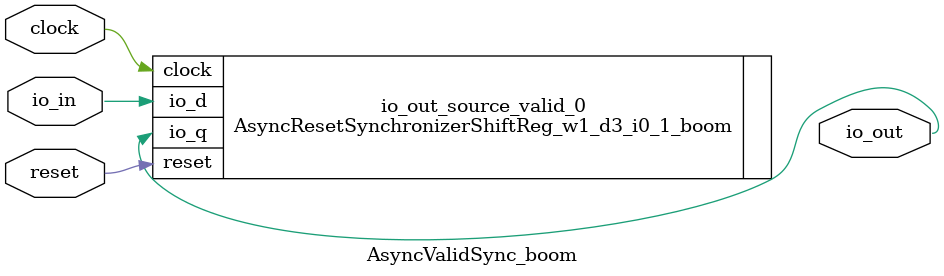
<source format=sv>
`ifndef RANDOMIZE
  `ifdef RANDOMIZE_REG_INIT
    `define RANDOMIZE
  `endif // RANDOMIZE_REG_INIT
`endif // not def RANDOMIZE
`ifndef RANDOMIZE
  `ifdef RANDOMIZE_MEM_INIT
    `define RANDOMIZE
  `endif // RANDOMIZE_MEM_INIT
`endif // not def RANDOMIZE

`ifndef RANDOM
  `define RANDOM $random
`endif // not def RANDOM

// Users can define 'PRINTF_COND' to add an extra gate to prints.
`ifndef PRINTF_COND_
  `ifdef PRINTF_COND
    `define PRINTF_COND_ (`PRINTF_COND)
  `else  // PRINTF_COND
    `define PRINTF_COND_ 1
  `endif // PRINTF_COND
`endif // not def PRINTF_COND_

// Users can define 'ASSERT_VERBOSE_COND' to add an extra gate to assert error printing.
`ifndef ASSERT_VERBOSE_COND_
  `ifdef ASSERT_VERBOSE_COND
    `define ASSERT_VERBOSE_COND_ (`ASSERT_VERBOSE_COND)
  `else  // ASSERT_VERBOSE_COND
    `define ASSERT_VERBOSE_COND_ 1
  `endif // ASSERT_VERBOSE_COND
`endif // not def ASSERT_VERBOSE_COND_

// Users can define 'STOP_COND' to add an extra gate to stop conditions.
`ifndef STOP_COND_
  `ifdef STOP_COND
    `define STOP_COND_ (`STOP_COND)
  `else  // STOP_COND
    `define STOP_COND_ 1
  `endif // STOP_COND
`endif // not def STOP_COND_

// Users can define INIT_RANDOM as general code that gets injected into the
// initializer block for modules with registers.
`ifndef INIT_RANDOM
  `define INIT_RANDOM
`endif // not def INIT_RANDOM

// If using random initialization, you can also define RANDOMIZE_DELAY to
// customize the delay used, otherwise 0.002 is used.
`ifndef RANDOMIZE_DELAY
  `define RANDOMIZE_DELAY 0.002
`endif // not def RANDOMIZE_DELAY

// Define INIT_RANDOM_PROLOG_ for use in our modules below.
`ifndef INIT_RANDOM_PROLOG_
  `ifdef RANDOMIZE
    `ifdef VERILATOR
      `define INIT_RANDOM_PROLOG_ `INIT_RANDOM
    `else  // VERILATOR
      `define INIT_RANDOM_PROLOG_ `INIT_RANDOM #`RANDOMIZE_DELAY begin end
    `endif // VERILATOR
  `else  // RANDOMIZE
    `define INIT_RANDOM_PROLOG_
  `endif // RANDOMIZE
`endif // not def INIT_RANDOM_PROLOG_

module AsyncValidSync_boom(
  input  io_in,
         clock,
         reset,
  output io_out
);

  AsyncResetSynchronizerShiftReg_w1_d3_i0_1_boom io_out_source_valid_0 (	// @[ShiftReg.scala:45:23]
    .clock (clock),
    .reset (reset),
    .io_d  (io_in),
    .io_q  (io_out)
  );
endmodule


</source>
